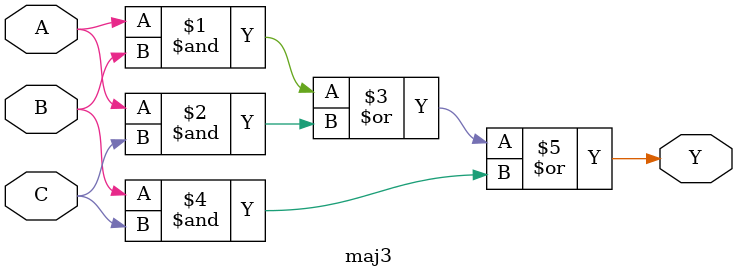
<source format=v>

module maj3 (
    input A,
    input B,
    input C,
    output Y
);

    assign Y = (A & B) | (A & C) | (B & C);

endmodule

</source>
